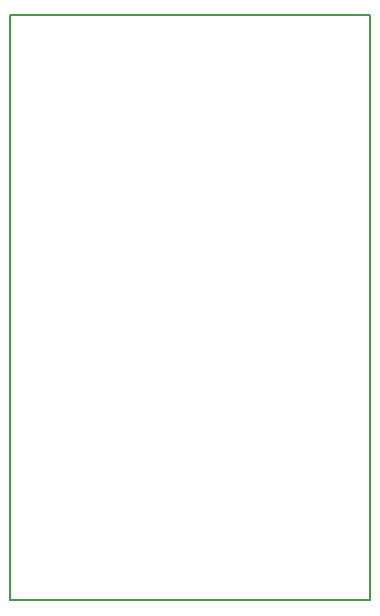
<source format=gm1>
G04 #@! TF.GenerationSoftware,KiCad,Pcbnew,(5.0.2)-1*
G04 #@! TF.CreationDate,2018-12-27T21:36:54-05:00*
G04 #@! TF.ProjectId,WarthoggitClone,57617274-686f-4676-9769-74436c6f6e65,rev?*
G04 #@! TF.SameCoordinates,Original*
G04 #@! TF.FileFunction,Profile,NP*
%FSLAX46Y46*%
G04 Gerber Fmt 4.6, Leading zero omitted, Abs format (unit mm)*
G04 Created by KiCad (PCBNEW (5.0.2)-1) date 12/27/2018 9:36:54 PM*
%MOMM*%
%LPD*%
G01*
G04 APERTURE LIST*
%ADD10C,0.150000*%
G04 APERTURE END LIST*
D10*
X100330000Y-83820000D02*
X100330000Y-34290000D01*
X130810000Y-83820000D02*
X100330000Y-83820000D01*
X130810000Y-34290000D02*
X130810000Y-83820000D01*
X100330000Y-34290000D02*
X130810000Y-34290000D01*
M02*

</source>
